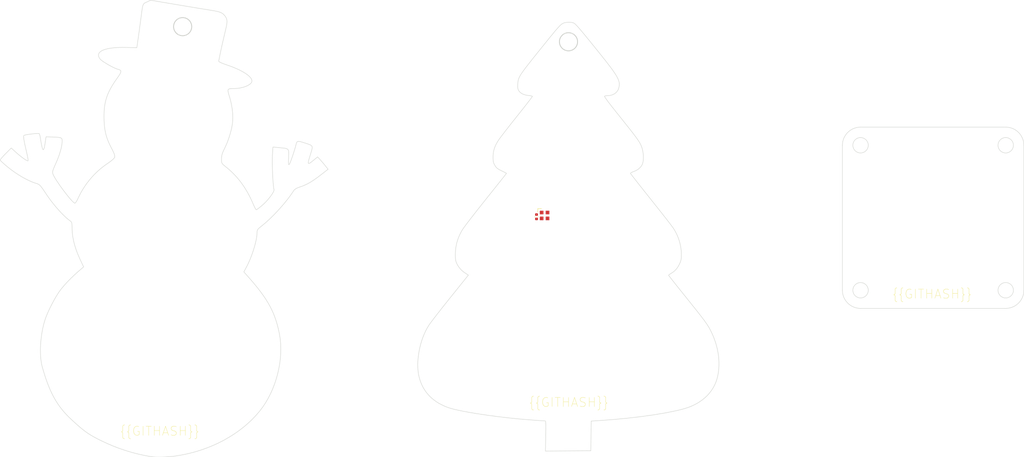
<source format=kicad_pcb>
(kicad_pcb (version 20240108) (generator "pcbnew") (generator_version "8.0")
  (layers (0 "F.Cu" signal) (31 "B.Cu" signal) (34 "B.Paste" user) (35 "F.Paste" user) (36 "B.SilkS" user "B.Silkscreen") (37 "F.SilkS" user "F.Silkscreen") (38 "B.Mask" user) (39 "F.Mask" user) (44 "Edge.Cuts" user))
  (net 0 "")
  (net 1 "io")
  (net 2 "vcc")
  (net 3 "io-1")
  (net 4 "gnd")
  (footprint "lib:LED-SMD_4P-L2.0-W2.0-BR" (layer "F.Cu") (at 155.956 97.282 180)
    (property "Reference" "U1" (hide yes))
    (property "Value" "")
    (fp_line (start 1.5 1.5) (end 1.5 0.75) (stroke (width 0.15)) (layer "F.SilkS"))
    (fp_line (start 0.7 1.5) (end 1.5 1.5) (stroke (width 0.15)) (layer "F.SilkS"))
    (pad "1" smd rect (at 0.65 0.65 180) (size 0.8 0.8) (layers "F.Cu" "F.Paste" "F.Mask") (net 2 "vcc"))
    (pad "2" smd rect (at 0.65 -0.65 180) (size 0.8 0.8) (layers "F.Cu" "F.Paste" "F.Mask") (net 1 "io"))
    (pad "3" smd rect (at -0.65 -0.65 180) (size 0.8 0.8) (layers "F.Cu" "F.Paste" "F.Mask") (net 4 "gnd"))
    (pad "4" smd rect (at -0.65 0.65 180) (size 0.8 0.8) (layers "F.Cu" "F.Paste" "F.Mask") (net 3 "io-1"))
  )
  (footprint "lib:C0402" (layer "F.Cu") (at 154.178 97.564 -90)
    (property "Reference" "C1" (hide yes))
    (property "Value" "Multilayer Ceramic Capacitors MLCC - SMD/SMT 100nF 10V 0402 RoHS")
    (fp_line (start -0.107836 0.36) (end 0.107836 0.36) (stroke (width 0.12)) (layer "F.SilkS"))
    (fp_line (start -0.107836 -0.36) (end 0.107836 -0.36) (stroke (width 0.12)) (layer "F.SilkS"))
    (pad "1" smd roundrect (at -0.48 0 270) (size 0.56 0.62) (layers "F.Cu" "F.Paste" "F.Mask") (net 2 "vcc"))
    (pad "2" smd roundrect (at 0.48 0 270) (size 0.56 0.62) (layers "F.Cu" "F.Paste" "F.Mask") (net 4 "gnd"))
  )
  (gr_circle (center 225.62 81.79) (end 227.32 81.79) (stroke (width 0.1)) (fill none) (layer "Edge.Cuts"))
  (gr_circle (center 257.62 113.79) (end 259.32 113.79) (stroke (width 0.1)) (fill none) (layer "Edge.Cuts"))
  (gr_circle (center 257.62 81.79) (end 259.32 81.79) (stroke (width 0.1)) (fill none) (layer "Edge.Cuts"))
  (gr_poly (pts (xy 75.142222 50.797022) (xy 79.756606 51.568267) (xy 82.366969 51.99203) (xy 83.019066 52.095762) (xy 83.303876 52.146979) (xy 83.563537 52.198618) (xy 83.799806 52.251323) (xy 84.01444 52.305736) (xy 84.209196 52.362498) (xy 84.385831 52.422252) (xy 84.546102 52.485641) (xy 84.691766 52.553306) (xy 84.824581 52.62589) (xy 84.946303 52.704035) (xy 85.05869 52.788383) (xy 85.163499 52.879577) (xy 85.262486 52.978258) (xy 85.357409 53.08507) (xy 85.479286 53.234958) (xy 85.586233 53.378736) (xy 85.634185 53.44915) (xy 85.678498 53.519015) (xy 85.719202 53.588656) (xy 85.75633 53.658402) (xy 85.789911 53.728576) (xy 85.819976 53.799506) (xy 85.846558 53.871517) (xy 85.869686 53.944936) (xy 85.889392 54.020089) (xy 85.905707 54.097301) (xy 85.918662 54.176899) (xy 85.928287 54.259209) (xy 85.934615 54.344557) (xy 85.937675 54.433269) (xy 85.937499 54.525672) (xy 85.934119 54.62209) (xy 85.927564 54.722851) (xy 85.917866 54.82828) (xy 85.889166 55.054449) (xy 85.848266 55.303204) (xy 85.795414 55.577155) (xy 85.730859 55.878909) (xy 85.654849 56.211077) (xy 84.878546 59.55341) (xy 84.657875 60.550977) (xy 84.450892 61.532488) (xy 84.331406 62.116419) (xy 84.229648 62.629765) (xy 84.15639 63.017063) (xy 84.122409 63.222849) (xy 84.123062 63.236814) (xy 84.127967 63.251873) (xy 84.137065 63.268001) (xy 84.150302 63.285171) (xy 84.167619 63.303357) (xy 84.188962 63.322534) (xy 84.214273 63.342674) (xy 84.243497 63.363751) (xy 84.313454 63.408613) (xy 84.398381 63.456909) (xy 84.497828 63.50843) (xy 84.611342 63.562966) (xy 84.738473 63.620306) (xy 84.878767 63.680241) (xy 85.031775 63.742561) (xy 85.197043 63.807056) (xy 85.374121 63.873515) (xy 85.562558 63.94173) (xy 85.7619 64.011489) (xy 85.971698 64.082583) (xy 86.585981 64.296029) (xy 87.172975 64.516947) (xy 87.730729 64.744054) (xy 88.257293 64.976069) (xy 88.75072 65.211708) (xy 89.209058 65.449689) (xy 89.63036 65.68873) (xy 90.012676 65.927548) (xy 90.354056 66.16486) (xy 90.652552 66.399385) (xy 90.906214 66.629839) (xy 91.113092 66.85494) (xy 91.271238 67.073405) (xy 91.378702 67.283953) (xy 91.412819 67.385857) (xy 91.433535 67.485301) (xy 91.440605 67.582123) (xy 91.433787 67.676165) (xy 91.41712 67.753004) (xy 91.390362 67.829368) (xy 91.35383 67.905131) (xy 91.307839 67.980165) (xy 91.252707 68.054343) (xy 91.188749 68.12754) (xy 91.116281 68.199626) (xy 91.03562 68.270477) (xy 90.947082 68.339964) (xy 90.850984 68.407961) (xy 90.747641 68.47434) (xy 90.637371 68.538975) (xy 90.520488 68.601739) (xy 90.39731 68.662505) (xy 90.268153 68.721145) (xy 90.133332 68.777534) (xy 89.993165 68.831543) (xy 89.847967 68.883047) (xy 89.543745 68.978027) (xy 89.223197 69.06146) (xy 88.888852 69.132329) (xy 88.54324 69.189618) (xy 88.188892 69.232313) (xy 88.009232 69.24787) (xy 87.828337 69.259397) (xy 87.646523 69.266767) (xy 87.464106 69.269854) (xy 87.202959 69.272042) (xy 86.97453 69.277492) (xy 86.777472 69.288473) (xy 86.690288 69.296746) (xy 86.610443 69.307253) (xy 86.537768 69.320276) (xy 86.472096 69.3361) (xy 86.413258 69.355009) (xy 86.361087 69.377285) (xy 86.315414 69.403211) (xy 86.276071 69.433073) (xy 86.24289 69.467154) (xy 86.215703 69.505736) (xy 86.194342 69.549103) (xy 86.178638 69.59754) (xy 86.168424 69.65133) (xy 86.163532 69.710755) (xy 86.163793 69.776101) (xy 86.169039 69.847649) (xy 86.179102 69.925685) (xy 86.193814 70.010491) (xy 86.236514 70.20155) (xy 86.295792 70.423093) (xy 86.370304 70.677389) (xy 86.458705 70.966708) (xy 86.582128 71.384478) (xy 86.694998 71.803093) (xy 86.797211 72.221567) (xy 86.888665 72.638919) (xy 86.969257 73.054166) (xy 87.038885 73.466323) (xy 87.097447 73.874409) (xy 87.144838 74.277439) (xy 87.180958 74.674432) (xy 87.205702 75.064404) (xy 87.21897 75.446371) (xy 87.220657 75.819352) (xy 87.210662 76.182361) (xy 87.188881 76.534418) (xy 87.155212 76.874538) (xy 87.109553 77.201739) (xy 86.986123 77.871628) (xy 86.830027 78.558912) (xy 86.643845 79.255662) (xy 86.430157 79.953949) (xy 86.19154 80.645848) (xy 85.930575 81.323429) (xy 85.649841 81.978766) (xy 85.351916 82.60393) (xy 85.189192 82.938586) (xy 85.118752 83.093315) (xy 85.055229 83.240939) (xy 84.998352 83.382431) (xy 84.947849 83.518761) (xy 84.903447 83.650903) (xy 84.864875 83.779828) (xy 84.831859 83.906506) (xy 84.804129 84.031911) (xy 84.781412 84.157013) (xy 84.763435 84.282785) (xy 84.749927 84.410197) (xy 84.740615 84.540223) (xy 84.735228 84.673833) (xy 84.733493 84.811999) (xy 84.736223 85.129082) (xy 84.741369 85.261496) (xy 84.750575 85.379459) (xy 84.764997 85.485194) (xy 84.774524 85.534172) (xy 84.785789 85.580928) (xy 84.798934 85.625739) (xy 84.814106 85.668884) (xy 84.831447 85.710641) (xy 84.851104 85.751288) (xy 84.873219 85.791103) (xy 84.897937 85.830364) (xy 84.925403 85.869349) (xy 84.955761 85.908337) (xy 84.989155 85.947605) (xy 85.02573 85.987432) (xy 85.109 86.069873) (xy 85.206725 86.157886) (xy 85.320061 86.253696) (xy 85.598185 86.477602) (xy 86.096863 86.886277) (xy 86.577755 87.306529) (xy 87.04138 87.739064) (xy 87.488258 88.184586) (xy 87.918909 88.6438) (xy 88.333852 89.117412) (xy 88.733607 89.606125) (xy 89.118694 90.110646) (xy 89.489632 90.631678) (xy 89.846941 91.169927) (xy 90.19114 91.726098) (xy 90.52275 92.300895) (xy 90.84229 92.895024) (xy 91.150279 93.509189) (xy 91.447237 94.144095) (xy 91.733683 94.800448) (xy 91.84059 95.047283) (xy 91.945802 95.277558) (xy 92.046625 95.486234) (xy 92.140364 95.668271) (xy 92.224324 95.818627) (xy 92.295813 95.932265) (xy 92.326039 95.973739) (xy 92.352136 96.004143) (xy 92.373767 96.022848) (xy 92.382804 96.027616) (xy 92.390597 96.029223) (xy 92.399173 96.028006) (xy 92.410522 96.024397) (xy 92.441219 96.010237) (xy 92.482045 95.987221) (xy 92.53236 95.955824) (xy 92.591521 95.916524) (xy 92.658887 95.869798) (xy 92.815666 95.755976) (xy 92.997564 95.618173) (xy 93.199447 95.460204) (xy 93.416182 95.285885) (xy 93.642634 95.099032) (xy 93.891007 94.882848) (xy 94.141366 94.648628) (xy 94.390948 94.400061) (xy 94.636991 94.140836) (xy 94.87673 93.874641) (xy 95.107403 93.605164) (xy 95.326247 93.336095) (xy 95.530498 93.071122) (xy 95.717394 92.813933) (xy 95.884171 92.568218) (xy 96.028066 92.337665) (xy 96.146316 92.125962) (xy 96.236159 91.936798) (xy 96.294829 91.773863) (xy 96.311612 91.703383) (xy 96.319566 91.640844) (xy 96.318345 91.586706) (xy 96.307605 91.54143) (xy 96.264441 91.378418) (xy 96.221593 91.121805) (xy 96.138989 90.373142) (xy 96.064068 89.386161) (xy 96.001109 88.251583) (xy 95.954389 87.060129) (xy 95.928186 85.902519) (xy 95.926777 84.869474) (xy 95.95444 84.051714) (xy 96.07471 82.177477) (xy 97.36716 82.304781) (xy 98.13507 82.379263) (xy 98.441266 82.413109) (xy 98.700599 82.449744) (xy 98.916803 82.492956) (xy 99.009898 82.518212) (xy 99.09361 82.546534) (xy 99.168406 82.578395) (xy 99.234753 82.614268) (xy 99.293117 82.654627) (xy 99.343964 82.699946) (xy 99.387763 82.750698) (xy 99.424978 82.807357) (xy 99.456076 82.870396) (xy 99.481525 82.94029) (xy 99.501791 83.017511) (xy 99.51734 83.102533) (xy 99.536155 83.297877) (xy 99.541702 83.530109) (xy 99.537716 83.803018) (xy 99.51607 84.486025) (xy 99.501811 85.019341) (xy 99.495778 85.429631) (xy 99.49953 85.727933) (xy 99.505563 85.838537) (xy 99.514626 85.925284) (xy 99.526915 85.989553) (xy 99.542625 86.032723) (xy 99.551823 86.046828) (xy 99.56195 86.056175) (xy 99.573029 86.060938) (xy 99.585085 86.061289) (xy 99.612224 86.049443) (xy 99.643564 86.022019) (xy 99.679299 85.980395) (xy 99.719623 85.925951) (xy 99.770963 85.835961) (xy 99.83738 85.6921) (xy 100.00736 85.267042) (xy 100.213404 84.699332) (xy 100.439353 84.037526) (xy 100.669049 83.330178) (xy 100.886332 82.625845) (xy 101.075044 81.973082) (xy 101.219027 81.420443) (xy 101.232451 81.367288) (xy 101.246658 81.317349) (xy 101.261814 81.270604) (xy 101.278084 81.227032) (xy 101.295634 81.186611) (xy 101.314631 81.149321) (xy 101.33524 81.115138) (xy 101.357628 81.084043) (xy 101.381959 81.056013) (xy 101.4084 81.031027) (xy 101.437117 81.009064) (xy 101.468275 80.990102) (xy 101.502041 80.974119) (xy 101.538581 80.961095) (xy 101.578059 80.951007) (xy 101.620643 80.943835) (xy 101.666497 80.939556) (xy 101.715788 80.938149) (xy 101.768682 80.939594) (xy 101.825345 80.943867) (xy 101.885942 80.950949) (xy 101.950639 80.960817) (xy 102.019603 80.97345) (xy 102.092998 80.988826) (xy 102.170992 81.006924) (xy 102.253749 81.027723) (xy 102.434219 81.077337) (xy 102.635734 81.137495) (xy 102.859622 81.208025) (xy 103.581471 81.438726) (xy 103.868146 81.535185) (xy 104.108644 81.625316) (xy 104.212356 81.669476) (xy 104.305459 81.713816) (xy 104.388264 81.758923) (xy 104.461082 81.805384) (xy 104.524226 81.853787) (xy 104.578006 81.904719) (xy 104.622735 81.958768) (xy 104.658725 82.01652) (xy 104.686285 82.078563) (xy 104.705729 82.145484) (xy 104.717368 82.217871) (xy 104.721513 82.296311) (xy 104.718476 82.381392) (xy 104.708568 82.4737) (xy 104.692102 82.573823) (xy 104.669388 82.682348) (xy 104.606464 82.926954) (xy 104.522289 83.212218) (xy 104.300158 83.92351) (xy 104.076968 84.658354) (xy 103.993442 84.95378) (xy 103.929762 85.203046) (xy 103.886777 85.407528) (xy 103.865337 85.568604) (xy 103.862962 85.633296) (xy 103.866292 85.687652) (xy 103.875434 85.731846) (xy 103.890492 85.766049) (xy 103.911574 85.790433) (xy 103.938786 85.805172) (xy 103.972234 85.810436) (xy 104.012025 85.806398) (xy 104.058263 85.79323) (xy 104.111056 85.771105) (xy 104.236732 85.700671) (xy 104.3899 85.596472) (xy 104.571411 85.459887) (xy 105.02286 85.095065) (xy 105.918216 84.355181) (xy 106.388476 84.86751) (xy 106.496975 84.987739) (xy 106.625318 85.133369) (xy 106.92254 85.478508) (xy 107.242155 85.858286) (xy 107.546176 86.22806) (xy 108.2336 87.076296) (xy 106.72333 88.254687) (xy 106.031007 88.783192) (xy 105.392025 89.245391) (xy 105.089314 89.453516) (xy 104.796071 89.647331) (xy 104.511007 89.827593) (xy 104.232833 89.995056) (xy 103.960259 90.150478) (xy 103.691998 90.294613) (xy 103.426759 90.428217) (xy 103.163254 90.552046) (xy 102.900193 90.666855) (xy 102.636288 90.773401) (xy 102.370249 90.872439) (xy 102.100787 90.964724) (xy 101.955978 91.013649) (xy 101.818902 91.062832) (xy 101.689432 91.112348) (xy 101.567439 91.162273) (xy 101.452795 91.212683) (xy 101.345371 91.263651) (xy 101.245039 91.315254) (xy 101.151671 91.367567) (xy 101.065138 91.420665) (xy 100.985313 91.474624) (xy 100.912065 91.529517) (xy 100.845269 91.585421) (xy 100.784794 91.642412) (xy 100.730512 91.700563) (xy 100.682296 91.759951) (xy 100.640017 91.82065) (xy 100.313962 92.312951) (xy 99.958065 92.82026) (xy 99.575318 93.339289) (xy 99.168711 93.866747) (xy 98.741234 94.399346) (xy 98.295878 94.933795) (xy 97.835635 95.466804) (xy 97.363494 95.995083) (xy 96.882446 96.515343) (xy 96.395482 97.024295) (xy 95.905593 97.518647) (xy 95.415769 97.995111) (xy 94.929002 98.450396) (xy 94.44828 98.881213) (xy 93.976596 99.284272) (xy 93.51694 99.656283) (xy 93.364132 99.777198) (xy 93.228349 99.887118) (xy 93.108601 99.987555) (xy 93.003899 100.080022) (xy 92.913256 100.166032) (xy 92.835682 100.247098) (xy 92.770188 100.324733) (xy 92.741662 100.362737) (xy 92.715786 100.40045) (xy 92.692435 100.438062) (xy 92.671487 100.475762) (xy 92.652817 100.513738) (xy 92.636302 100.552181) (xy 92.621819 100.591279) (xy 92.609244 100.631221) (xy 92.589322 100.714395) (xy 92.575548 100.803215) (xy 92.566934 100.899195) (xy 92.56249 101.003847) (xy 92.561229 101.118685) (xy 92.548214 101.459191) (xy 92.510172 101.840399) (xy 92.448603 102.257479) (xy 92.365007 102.705605) (xy 92.260885 103.179948) (xy 92.137739 103.675679) (xy 91.997068 104.187971) (xy 91.840373 104.711996) (xy 91.669155 105.242926) (xy 91.484915 105.775933) (xy 91.289154 106.306188) (xy 91.083372 106.828864) (xy 90.86907 107.339132) (xy 90.647749 107.832164) (xy 90.420909 108.303133) (xy 90.190051 108.74721) (xy 89.658061 109.729433) (xy 90.799319 111.025652) (xy 91.552256 111.894452) (xy 92.247519 112.726345) (xy 92.887901 113.52649) (xy 93.476195 114.300047) (xy 94.015193 115.052178) (xy 94.507688 115.788042) (xy 94.956473 116.5128) (xy 95.364341 117.231612) (xy 95.734083 117.949638) (xy 96.068493 118.672038) (xy 96.370364 119.403974) (xy 96.642488 120.150605) (xy 96.887657 120.917091) (xy 97.108665 121.708593) (xy 97.308304 122.530271) (xy 97.489367 123.387286) (xy 97.659586 124.435519) (xy 97.764545 125.512723) (xy 97.805707 126.613102) (xy 97.784533 127.73086) (xy 97.702485 128.860202) (xy 97.561026 129.995332) (xy 97.361618 131.130454) (xy 97.105722 132.259774) (xy 96.794801 133.377494) (xy 96.430316 134.47782) (xy 96.01373 135.554956) (xy 95.546505 136.603107) (xy 95.030102 137.616476) (xy 94.465984 138.589268) (xy 93.855613 139.515689) (xy 93.20045 140.389941) (xy 92.386005 141.350273) (xy 91.510226 142.273552) (xy 90.576227 143.158109) (xy 89.587122 144.002278) (xy 88.546024 144.80439) (xy 87.456048 145.562779) (xy 86.320308 146.275777) (xy 85.141916 146.941716) (xy 83.923988 147.558929) (xy 82.669636 148.125749) (xy 81.381976 148.640508) (xy 80.06412 149.101539) (xy 78.719182 149.507174) (xy 77.350277 149.855747) (xy 75.960518 150.145589) (xy 74.553019 150.375033) (xy 73.862872 150.459306) (xy 73.131633 150.525975) (xy 72.383923 150.574372) (xy 71.644361 150.603827) (xy 70.93757 150.613671) (xy 70.288169 150.603235) (xy 69.720779 150.57185) (xy 69.475532 150.548093) (xy 69.26002 150.518847) (xy 69.260051 150.518832) (xy 67.831835 150.262486) (xy 66.416949 149.953785) (xy 65.016193 149.592984) (xy 63.630368 149.180338) (xy 62.260274 148.716103) (xy 60.90671 148.200532) (xy 59.570477 147.633881) (xy 58.252375 147.016405) (xy 57.283074 146.528505) (xy 56.847829 146.298277) (xy 56.438641 146.072324) (xy 56.050351 145.846994) (xy 55.6778 145.618633) (xy 55.315827 145.383588) (xy 54.959273 145.138205) (xy 54.602979 144.87883) (xy 54.241783 144.601811) (xy 53.870528 144.303492) (xy 53.484054 143.980222) (xy 52.644807 143.244211) (xy 51.682765 142.36455) (xy 51.097036 141.804159) (xy 50.54538 141.238954) (xy 50.025658 140.665073) (xy 49.535731 140.078649) (xy 49.07346 139.475819) (xy 48.636705 138.852719) (xy 48.223328 138.205483) (xy 47.831189 137.530249) (xy 47.458149 136.823151) (xy 47.10207 136.080325) (xy 46.760812 135.297907) (xy 46.432236 134.472032) (xy 46.114202 133.598836) (xy 45.804573 132.674455) (xy 45.501208 131.695024) (xy 45.201968 130.656679) (xy 45.078569 130.147371) (xy 44.978794 129.594224) (xy 44.90231 129.00242) (xy 44.848785 128.377144) (xy 44.817886 127.723579) (xy 44.809281 127.046907) (xy 44.822637 126.352311) (xy 44.857621 125.644974) (xy 44.913901 124.93008) (xy 44.991145 124.212811) (xy 45.089019 123.498351) (xy 45.207191 122.791883) (xy 45.345328 122.098589) (xy 45.503099 121.423652) (xy 45.68017 120.772256) (xy 45.876208 120.149584) (xy 46.005143 119.787909) (xy 46.154924 119.401263) (xy 46.508073 118.570286) (xy 46.917749 117.69111) (xy 47.366047 116.79819) (xy 47.83506 115.92598) (xy 48.306883 115.108937) (xy 48.76361 114.381515) (xy 48.980717 114.062179) (xy 49.187335 113.77817) (xy 49.387433 113.519297) (xy 49.599256 113.255538) (xy 50.056372 112.715109) (xy 50.555279 112.160374) (xy 51.092575 111.594824) (xy 51.664855 111.021952) (xy 52.268718 110.445248) (xy 52.900758 109.868205) (xy 53.557574 109.294314) (xy 54.329783 108.634142) (xy 53.616031 107.110232) (xy 53.390001 106.6154) (xy 53.179365 106.128819) (xy 52.984012 105.650049) (xy 52.803829 105.178652) (xy 52.638704 104.71419) (xy 52.488525 104.256224) (xy 52.353181 103.804315) (xy 52.232559 103.358025) (xy 52.126547 102.916915) (xy 52.035034 102.480548) (xy 51.957906 102.048484) (xy 51.895053 101.620284) (xy 51.846363 101.195511) (xy 51.811722 100.773726) (xy 51.79102 100.35449) (xy 51.784144 99.937365) (xy 51.780657 99.620612) (xy 51.776007 99.482669) (xy 51.769161 99.357285) (xy 51.759927 99.243666) (xy 51.748111 99.141014) (xy 51.733519 99.048534) (xy 51.715958 98.96543) (xy 51.695233 98.890904) (xy 51.671153 98.824161) (xy 51.643523 98.764406) (xy 51.612149 98.71084) (xy 51.576839 98.662669) (xy 51.537399 98.619096) (xy 51.493635 98.579325) (xy 51.445353 98.542559) (xy 51.149902 98.324092) (xy 50.839064 98.073347) (xy 50.514896 97.792628) (xy 50.179453 97.484238) (xy 49.834791 97.150482) (xy 49.482966 96.793665) (xy 49.126033 96.41609) (xy 48.766047 96.020062) (xy 48.405065 95.607885) (xy 48.045142 95.181864) (xy 47.688333 94.744302) (xy 47.336694 94.297504) (xy 46.992281 93.843774) (xy 46.657149 93.385417) (xy 46.333354 92.924737) (xy 46.022952 92.464037) (xy 45.611719 91.844971) (xy 45.279782 91.362091) (xy 45.137757 91.165551) (xy 45.008606 90.995655) (xy 44.89001 90.849933) (xy 44.779654 90.725918) (xy 44.675221 90.621143) (xy 44.574392 90.533138) (xy 44.474852 90.459437) (xy 44.374284 90.397571) (xy 44.27037 90.345073) (xy 44.160793 90.299474) (xy 44.043237 90.258307) (xy 43.915385 90.219103) (xy 43.593888 90.117525) (xy 43.255864 89.996009) (xy 42.903268 89.855657) (xy 42.538058 89.697573) (xy 42.162189 89.522858) (xy 41.777618 89.332616) (xy 41.386301 89.127951) (xy 40.990194 88.909964) (xy 40.591254 88.679759) (xy 40.191438 88.438438) (xy 39.792701 88.187105) (xy 39.396999 87.926862) (xy 39.00629 87.658812) (xy 38.622529 87.384058) (xy 38.247673 87.103703) (xy 37.883677 86.81885) (xy 37.49456 86.502783) (xy 37.131548 86.199554) (xy 36.802586 85.916398) (xy 36.515619 85.660548) (xy 36.278593 85.439239) (xy 36.099452 85.259705) (xy 36.034071 85.187865) (xy 35.986141 85.129182) (xy 35.956654 85.08456) (xy 35.946605 85.054903) (xy 35.948192 85.042433) (xy 35.952903 85.026953) (xy 35.971384 84.987332) (xy 36.001425 84.936776) (xy 36.042403 84.876021) (xy 36.093695 84.805804) (xy 36.154681 84.726859) (xy 36.224736 84.639924) (xy 36.303239 84.545735) (xy 36.389567 84.445026) (xy 36.483097 84.338536) (xy 36.689276 84.11115) (xy 36.916796 83.869466) (xy 37.037003 83.745102) (xy 37.160678 83.619372) (xy 38.374759 82.395922) (xy 39.365809 83.301684) (xy 39.814301 83.698656) (xy 40.266196 84.075272) (xy 40.704205 84.419302) (xy 41.111041 84.718514) (xy 41.469414 84.960676) (xy 41.625024 85.056541) (xy 41.762035 85.133557) (xy 41.878286 85.190195) (xy 41.971615 85.224926) (xy 42.039863 85.236222) (xy 42.063905 85.232603) (xy 42.080867 85.222552) (xy 42.085566 85.215268) (xy 42.089233 85.203934) (xy 42.093537 85.169549) (xy 42.093921 85.120268) (xy 42.090523 85.056964) (xy 42.083485 84.98051) (xy 42.072948 84.891778) (xy 42.059051 84.79164) (xy 42.041937 84.68097) (xy 41.998614 84.43152) (xy 41.944105 84.150408) (xy 41.879534 83.844615) (xy 41.806025 83.52112) (xy 41.578977 82.541169) (xy 41.399614 81.732306) (xy 41.265507 81.079136) (xy 41.174225 80.56626) (xy 41.123338 80.17828) (xy 41.112283 80.026315) (xy 41.110416 79.899799) (xy 41.117432 79.796809) (xy 41.133029 79.71542) (xy 41.156901 79.653706) (xy 41.188746 79.609743) (xy 41.213078 79.592846) (xy 41.252556 79.575085) (xy 41.372962 79.537437) (xy 41.541984 79.497733) (xy 41.751641 79.456905) (xy 42.26094 79.37561) (xy 42.837013 79.301016) (xy 43.416018 79.240586) (xy 43.934111 79.201782) (xy 44.150364 79.192822) (xy 44.327447 79.192067) (xy 44.45738 79.20045) (xy 44.532183 79.218905) (xy 44.538527 79.223215) (xy 44.545097 79.229471) (xy 44.551878 79.23762) (xy 44.558855 79.247608) (xy 44.573336 79.272888) (xy 44.588416 79.304879) (xy 44.603974 79.343154) (xy 44.619887 79.387282) (xy 44.636031 79.436835) (xy 44.652284 79.491383) (xy 44.668525 79.550496) (xy 44.684629 79.613746) (xy 44.700475 79.680703) (xy 44.715939 79.750937) (xy 44.7309 79.82402) (xy 44.745234 79.899521) (xy 44.75882 79.977012) (xy 44.771533 80.056063) (xy 44.946351 81.130774) (xy 45.025944 81.564983) (xy 45.101061 81.931234) (xy 45.172253 82.230134) (xy 45.24007 82.462288) (xy 45.305063 82.628302) (xy 45.336673 82.686696) (xy 45.367783 82.728781) (xy 45.398463 82.754634) (xy 45.428781 82.764331) (xy 45.458807 82.757947) (xy 45.488608 82.735557) (xy 45.518254 82.697238) (xy 45.547814 82.643066) (xy 45.606951 82.487462) (xy 45.666568 82.269351) (xy 45.727218 81.98934) (xy 45.78945 81.648032) (xy 45.853816 81.246035) (xy 46.055377 79.918581) (xy 47.417926 79.96628) (xy 48.109143 79.993687) (xy 48.392021 80.009194) (xy 48.636741 80.027435) (xy 48.846051 80.049559) (xy 49.022696 80.076715) (xy 49.169424 80.110051) (xy 49.288982 80.150717) (xy 49.339431 80.174158) (xy 49.384117 80.199861) (xy 49.423385 80.227972) (xy 49.457577 80.258632) (xy 49.487036 80.291987) (xy 49.512107 80.32818) (xy 49.533132 80.367353) (xy 49.550455 80.409652) (xy 49.575367 80.504197) (xy 49.589592 80.612965) (xy 49.595876 80.737105) (xy 49.596965 80.877764) (xy 49.590289 81.099803) (xy 49.571905 81.336737) (xy 49.542029 81.587807) (xy 49.500879 81.852253) (xy 49.448672 82.129318) (xy 49.385623 82.418243) (xy 49.311951 82.718269) (xy 49.227873 83.028637) (xy 49.133604 83.34859) (xy 49.029362 83.677367) (xy 48.915364 84.014212) (xy 48.791827 84.358364) (xy 48.658967 84.709065) (xy 48.517002 85.065558) (xy 48.366148 85.427082) (xy 48.206622 85.792879) (xy 47.949769 86.374791) (xy 47.755997 86.832451) (xy 47.68104 87.021721) (xy 47.619784 87.188367) (xy 47.571537 87.335205) (xy 47.535609 87.465048) (xy 47.511311 87.580709) (xy 47.497952 87.685002) (xy 47.494842 87.78074) (xy 47.501291 87.870737) (xy 47.516609 87.957807) (xy 47.540106 88.044763) (xy 47.571091 88.134418) (xy 47.608874 88.229586) (xy 47.761079 88.551834) (xy 47.975096 88.939463) (xy 48.241913 89.380584) (xy 48.55252 89.863307) (xy 49.269066 90.905997) (xy 50.052651 91.972411) (xy 50.831193 92.967426) (xy 51.196047 93.408433) (xy 51.532609 93.795921) (xy 51.831869 94.117998) (xy 52.084818 94.362774) (xy 52.282443 94.518359) (xy 52.357694 94.558989) (xy 52.415736 94.572863) (xy 52.426811 94.571375) (xy 52.439084 94.56696) (xy 52.452509 94.559691) (xy 52.467041 94.549641) (xy 52.482633 94.536883) (xy 52.499239 94.521489) (xy 52.516813 94.503532) (xy 52.535309 94.483086) (xy 52.574881 94.435018) (xy 52.617586 94.377866) (xy 52.663055 94.312214) (xy 52.710918 94.238646) (xy 52.760808 94.157745) (xy 52.812354 94.070093) (xy 52.865187 93.976276) (xy 52.918939 93.876875) (xy 52.97324 93.772474) (xy 53.02772 93.663657) (xy 53.082012 93.551007) (xy 53.135745 93.435107) (xy 53.405424 92.869327) (xy 53.69623 92.311615) (xy 54.007442 91.76282) (xy 54.338342 91.223792) (xy 54.688208 90.695381) (xy 55.05632 90.178436) (xy 55.441958 89.673808) (xy 55.844402 89.182347) (xy 56.262932 88.704901) (xy 56.696828 88.242322) (xy 57.145369 87.795459) (xy 57.607836 87.365163) (xy 58.083508 86.952281) (xy 58.571665 86.557666) (xy 59.071586 86.182166) (xy 59.582553 85.826632) (xy 59.914962 85.598282) (xy 60.214172 85.3804) (xy 60.477869 85.17504) (xy 60.595674 85.077698) (xy 60.703732 84.984257) (xy 60.801753 84.894974) (xy 60.889447 84.810106) (xy 60.966524 84.72991) (xy 61.032694 84.654642) (xy 61.087669 84.584559) (xy 61.131158 84.519919) (xy 61.162872 84.460977) (xy 61.182521 84.407992) (xy 61.189444 84.378526) (xy 61.194656 84.347449) (xy 61.198136 84.314702) (xy 61.199864 84.280227) (xy 61.197977 84.205863) (xy 61.188829 84.123892) (xy 61.172254 84.033852) (xy 61.148084 83.935279) (xy 61.116154 83.82771) (xy 61.076297 83.71068) (xy 61.028345 83.583727) (xy 60.972134 83.446388) (xy 60.907495 83.298197) (xy 60.834263 83.138693) (xy 60.75227 82.967412) (xy 60.661351 82.783889) (xy 60.561339 82.587662) (xy 60.452067 82.378268) (xy 60.237971 81.961359) (xy 60.041673 81.555601) (xy 59.862568 81.158484) (xy 59.700049 80.767498) (xy 59.553508 80.380135) (xy 59.422339 79.993885) (xy 59.305935 79.60624) (xy 59.203689 79.21469) (xy 59.114995 78.816725) (xy 59.039245 78.409838) (xy 58.975833 77.991518) (xy 58.924151 77.559256) (xy 58.883594 77.110544) (xy 58.853553 76.642872) (xy 58.833423 76.153731) (xy 58.822596 75.640612) (xy 58.82378 75.019765) (xy 58.843433 74.425285) (xy 58.882591 73.854032) (xy 58.942291 73.302869) (xy 59.023569 72.768658) (xy 59.127459 72.248262) (xy 59.255 71.738542) (xy 59.407225 71.236361) (xy 59.585172 70.73858) (xy 59.789877 70.242062) (xy 60.022374 69.743669) (xy 60.283701 69.240263) (xy 60.574893 68.728705) (xy 60.896986 68.205859) (xy 61.251015 67.668586) (xy 61.638018 67.113749) (xy 61.84244 66.825076) (xy 62.020375 66.566593) (xy 62.17201 66.336298) (xy 62.29753 66.132187) (xy 62.397121 65.95226) (xy 62.470968 65.794512) (xy 62.498296 65.72333) (xy 62.519258 65.656942) (xy 62.533877 65.595098) (xy 62.542176 65.537547) (xy 62.544179 65.484039) (xy 62.539908 65.434323) (xy 62.529387 65.388151) (xy 62.512639 65.34527) (xy 62.489688 65.305431) (xy 62.460556 65.268384) (xy 62.425267 65.233878) (xy 62.383844 65.201662) (xy 62.33631 65.171487) (xy 62.282689 65.143103) (xy 62.157276 65.090703) (xy 62.007792 65.042459) (xy 61.834422 64.996371) (xy 61.657986 64.943069) (xy 61.445562 64.862593) (xy 61.203024 64.758325) (xy 60.93625 64.633653) (xy 60.353499 64.336631) (xy 59.744319 63.998608) (xy 59.155721 63.646664) (xy 58.634716 63.307879) (xy 58.414252 63.151884) (xy 58.228316 63.009334) (xy 58.082783 62.883614) (xy 57.983531 62.778109) (xy 57.869943 62.622242) (xy 57.777351 62.470362) (xy 57.705558 62.322559) (xy 57.654369 62.178917) (xy 57.623588 62.039526) (xy 57.613018 61.904471) (xy 57.622463 61.773839) (xy 57.651728 61.647718) (xy 57.700616 61.526195) (xy 57.768931 61.409356) (xy 57.856477 61.297289) (xy 57.963058 61.190081) (xy 58.088479 61.087819) (xy 58.232542 60.99059) (xy 58.395052 60.89848) (xy 58.575812 60.811578) (xy 58.774627 60.72997) (xy 58.991301 60.653743) (xy 59.225638 60.582984) (xy 59.477441 60.51778) (xy 59.746514 60.458218) (xy 60.032661 60.404385) (xy 60.335687 60.356369) (xy 60.655395 60.314256) (xy 60.991589 60.278134) (xy 61.344073 60.248089) (xy 61.712651 60.224208) (xy 62.097127 60.20658) (xy 62.497305 60.195289) (xy 62.912988 60.190424) (xy 63.343981 60.192072) (xy 63.790088 60.20032) (xy 66.056857 60.258219) (xy 66.273486 58.80189) (xy 66.542465 56.891029) (xy 66.884944 54.341891) (xy 67.190183 52.053843) (xy 67.248082 51.679802) (xy 67.303557 51.37005) (xy 67.359078 51.117137) (xy 67.417116 50.913616) (xy 67.48014 50.752035) (xy 67.55062 50.624945) (xy 67.631027 50.524898) (xy 67.72383 50.444442) (xy 67.831501 50.37613) (xy 67.956508 50.312512) (xy 68.268412 50.169558) (xy 69.100734 49.778315)) (stroke (width 0.1)) (fill none) (layer "Edge.Cuts"))
  (gr_arc (start 261.62 113.79) (mid 260.448427 116.618427) (end 257.62 117.79) (stroke (width 0.1)) (layer "Edge.Cuts"))
  (gr_arc (start 225.62 117.79) (mid 222.791573 116.618427) (end 221.62 113.79) (stroke (width 0.1)) (layer "Edge.Cuts"))
  (gr_line (start 261.62 113.79) (end 261.62 81.79) (stroke (width 0.1)) (layer "Edge.Cuts"))
  (gr_circle (center 161.229974 58.946031) (end 163.229974 58.946031) (stroke (width 0.2)) (fill none) (layer "Edge.Cuts"))
  (gr_line (start 221.62 81.79) (end 221.62 113.79) (stroke (width 0.1)) (layer "Edge.Cuts"))
  (gr_arc (start 257.62 77.79) (mid 260.448427 78.961573) (end 261.62 81.79) (stroke (width 0.1)) (layer "Edge.Cuts"))
  (gr_poly (pts (xy 161.429183 54.643361) (xy 161.588699 54.648976) (xy 161.743405 54.660128) (xy 161.8913 54.67685) (xy 162.030385 54.699174) (xy 162.158659 54.727132) (xy 162.274122 54.760758) (xy 162.374774 54.800082) (xy 162.418214 54.822065) (xy 162.465501 54.850416) (xy 162.517128 54.885713) (xy 162.573587 54.928531) (xy 162.702967 55.039035) (xy 162.857578 55.186538) (xy 163.041357 55.37565) (xy 163.258241 55.610981) (xy 163.512165 55.897139) (xy 163.807067 56.238735) (xy 164.146884 56.640378) (xy 164.53555 57.106678) (xy 164.977005 57.642244) (xy 165.475183 58.251687) (xy 166.657456 59.710639) (xy 168.113864 61.520411) (xy 169.490282 63.25197) (xy 170.562092 64.650979) (xy 170.993296 65.243203) (xy 171.359779 65.7732) (xy 171.665351 66.247941) (xy 171.913823 66.674396) (xy 172.109006 67.059535) (xy 172.254708 67.41033) (xy 172.354741 67.733749) (xy 172.412915 68.036764) (xy 172.433041 68.326344) (xy 172.418927 68.609461) (xy 172.374385 68.893084) (xy 172.303226 69.184183) (xy 172.274597 69.278158) (xy 172.242 69.369887) (xy 172.205507 69.459324) (xy 172.165188 69.546423) (xy 172.121114 69.631137) (xy 172.073357 69.713419) (xy 172.021987 69.793223) (xy 171.967076 69.870502) (xy 171.908694 69.945208) (xy 171.846914 70.017296) (xy 171.781806 70.08672) (xy 171.71344 70.153431) (xy 171.641889 70.217383) (xy 171.567223 70.278531) (xy 171.489513 70.336826) (xy 171.408831 70.392223) (xy 171.325247 70.444674) (xy 171.238833 70.494134) (xy 171.14966 70.540554) (xy 171.057799 70.58389) (xy 170.96332 70.624093) (xy 170.866295 70.661118) (xy 170.766796 70.694917) (xy 170.664893 70.725444) (xy 170.560657 70.752652) (xy 170.45416 70.776495) (xy 170.345472 70.796926) (xy 170.234664 70.813898) (xy 170.121809 70.827364) (xy 170.006976 70.837278) (xy 169.890237 70.843593) (xy 169.771663 70.846262) (xy 169.726607 70.847177) (xy 169.681188 70.849133) (xy 169.590479 70.855957) (xy 169.501974 70.8663) (xy 169.418107 70.879728) (xy 169.378675 70.887463) (xy 169.341315 70.895806) (xy 169.306334 70.904703) (xy 169.274034 70.9141) (xy 169.244721 70.923942) (xy 169.218699 70.934176) (xy 169.196272 70.944746) (xy 169.177745 70.955599) (xy 169.171643 70.965792) (xy 169.172154 70.983757) (xy 169.17922 71.009417) (xy 169.192785 71.042693) (xy 169.239181 71.131786) (xy 169.310885 71.250417) (xy 169.407439 71.397965) (xy 169.528385 71.573811) (xy 169.673265 71.777334) (xy 169.841623 72.007915) (xy 170.246938 72.547768) (xy 170.740668 73.18841) (xy 171.319154 73.924882) (xy 171.978732 74.752222) (xy 174.641332 78.093405) (xy 175.537111 79.246786) (xy 176.200008 80.134787) (xy 176.673118 80.816979) (xy 176.99954 81.352933) (xy 177.222371 81.802218) (xy 177.384708 82.224406) (xy 177.462833 82.472098) (xy 177.531331 82.72855) (xy 177.59016 82.991701) (xy 177.639284 83.259489) (xy 177.678662 83.529854) (xy 177.708257 83.800735) (xy 177.728028 84.070071) (xy 177.737937 84.335802) (xy 177.737946 84.595867) (xy 177.728014 84.848205) (xy 177.708104 85.090755) (xy 177.678176 85.321456) (xy 177.638191 85.538248) (xy 177.588111 85.739069) (xy 177.527896 85.92186) (xy 177.457507 86.084559) (xy 177.391656 86.207668) (xy 177.318059 86.327563) (xy 177.236853 86.444134) (xy 177.148173 86.557272) (xy 177.052156 86.666869) (xy 176.948938 86.772814) (xy 176.838657 86.874999) (xy 176.721448 86.973315) (xy 176.597448 87.067652) (xy 176.466794 87.157903) (xy 176.32962 87.243956) (xy 176.186065 87.325705) (xy 176.036265 87.403039) (xy 175.880355 87.475849) (xy 175.718473 87.544027) (xy 175.550754 87.607462) (xy 175.482045 87.632835) (xy 175.415483 87.658969) (xy 175.351405 87.685667) (xy 175.290146 87.712731) (xy 175.23204 87.739963) (xy 175.177423 87.767164) (xy 175.126631 87.794136) (xy 175.079997 87.820681) (xy 175.037859 87.846601) (xy 175.00055 87.871698) (xy 174.968407 87.895773) (xy 174.941764 87.918629) (xy 174.920956 87.940066) (xy 174.90632 87.959888) (xy 174.898189 87.977896) (xy 174.896668 87.986157) (xy 174.8969 87.993891) (xy 174.922027 88.037315) (xy 174.991394 88.135797) (xy 175.25375 88.486297) (xy 176.209258 89.720013) (xy 177.617844 91.508896) (xy 179.333926 93.666804) (xy 181.092323 95.879526) (xy 182.616098 97.817656) (xy 183.742073 99.272256) (xy 184.307071 100.034388) (xy 184.515284 100.360502) (xy 184.7117 100.694247) (xy 184.896111 101.034954) (xy 185.068309 101.381957) (xy 185.228084 101.734588) (xy 185.375229 102.092181) (xy 185.509535 102.454068) (xy 185.630794 102.819582) (xy 185.738797 103.188056) (xy 185.833335 103.558822) (xy 185.914201 103.931214) (xy 185.981186 104.304563) (xy 186.034081 104.678204) (xy 186.072678 105.051468) (xy 186.096768 105.423689) (xy 186.106143 105.794199) (xy 186.105091 106.172735) (xy 186.095928 106.491761) (xy 186.087599 106.633067) (xy 186.076394 106.764426) (xy 186.062032 106.887483) (xy 186.044229 107.003882) (xy 186.022703 107.115265) (xy 185.997171 107.223277) (xy 185.967351 107.329562) (xy 185.932961 107.435763) (xy 185.893716 107.543524) (xy 185.849336 107.654488) (xy 185.744037 107.892603) (xy 185.654537 108.079442) (xy 185.563285 108.257402) (xy 185.469989 108.426825) (xy 185.374358 108.588053) (xy 185.276102 108.741425) (xy 185.174928 108.887283) (xy 185.070547 109.025968) (xy 184.962667 109.15782) (xy 184.850997 109.283181) (xy 184.735246 109.402392) (xy 184.615122 109.515794) (xy 184.490336 109.623727) (xy 184.360596 109.726532) (xy 184.22561 109.824551) (xy 184.085088 109.918125) (xy 183.938739 110.007593) (xy 183.810996 110.084401) (xy 183.691836 110.159793) (xy 183.583867 110.231854) (xy 183.489696 110.298666) (xy 183.41193 110.358313) (xy 183.380014 110.384851) (xy 183.353176 110.408878) (xy 183.331744 110.430155) (xy 183.316042 110.448443) (xy 183.306397 110.463502) (xy 183.303947 110.469746) (xy 183.303134 110.475092) (xy 183.318272 110.503511) (xy 183.362609 110.567965) (xy 183.532916 110.797359) (xy 183.802115 111.148045) (xy 184.158269 111.604794) (xy 185.08369 112.775559) (xy 186.213672 114.187815) (xy 189.362188 118.120691) (xy 190.402126 119.447898) (xy 191.169656 120.462983) (xy 191.727633 121.251467) (xy 192.13891 121.898876) (xy 192.466342 122.490732) (xy 192.772785 123.112559) (xy 193.051147 123.726705) (xy 193.303988 124.346147) (xy 193.531154 124.969731) (xy 193.732492 125.596305) (xy 193.907848 126.224716) (xy 194.05707 126.853811) (xy 194.180003 127.482437) (xy 194.276494 128.109442) (xy 194.346391 128.733673) (xy 194.389538 129.353977) (xy 194.405784 129.969202) (xy 194.394974 130.578194) (xy 194.356955 131.1798) (xy 194.291575 131.772869) (xy 194.198678 132.356247) (xy 194.078113 132.928782) (xy 193.929544 133.476781) (xy 193.74781 134.009233) (xy 193.533455 134.525547) (xy 193.287022 135.025131) (xy 193.009057 135.507395) (xy 192.700103 135.971748) (xy 192.360704 136.4176) (xy 191.991405 136.844359) (xy 191.592749 137.251434) (xy 191.165282 137.638235) (xy 190.709547 138.004171) (xy 190.226087 138.348651) (xy 189.715449 138.671084) (xy 189.178175 138.970879) (xy 188.61481 139.247446) (xy 188.025897 139.500193) (xy 187.387382 139.730873) (xy 186.62691 139.962173) (xy 185.752713 140.192844) (xy 184.773022 140.421641) (xy 182.530085 140.868622) (xy 179.96395 141.293139) (xy 177.140466 141.685214) (xy 174.125485 142.034872) (xy 170.984858 142.332135) (xy 167.784435 142.567026) (xy 166.231372 142.664027) (xy 166.19247 145.936793) (xy 166.153667 149.209559) (xy 161.14812 149.247553) (xy 156.142551 149.285548) (xy 156.211231 145.955256) (xy 156.23825 144.264273) (xy 156.238691 143.682086) (xy 156.22939 143.24944) (xy 156.209575 142.946836) (xy 156.195482 142.838207) (xy 156.178471 142.754778) (xy 156.158445 142.69411) (xy 156.135307 142.653767) (xy 156.108961 142.631312) (xy 156.079311 142.624308) (xy 155.214992 142.57575) (xy 153.588337 142.458798) (xy 151.746032 142.31468) (xy 150.23476 142.184626) (xy 147.951424 141.950142) (xy 145.645248 141.676286) (xy 143.382545 141.373503) (xy 141.229626 141.052239) (xy 139.252805 140.722941) (xy 137.518395 140.396054) (xy 136.092708 140.082025) (xy 135.042056 139.7913) (xy 134.381421 139.556594) (xy 133.752014 139.295735) (xy 133.153989 139.00888) (xy 132.587501 138.696185) (xy 132.052705 138.357807) (xy 131.549756 137.993902) (xy 131.078809 137.604627) (xy 130.64002 137.190138) (xy 130.233542 136.750592) (xy 129.859531 136.286146) (xy 129.518141 135.796955) (xy 129.209529 135.283176) (xy 128.933847 134.744967) (xy 128.691252 134.182482) (xy 128.481899 133.59588) (xy 128.305942 132.985316) (xy 128.169056 132.349397) (xy 128.072975 131.677754) (xy 128.016707 130.975694) (xy 127.999256 130.248525) (xy 128.019631 129.501555) (xy 128.076838 128.740093) (xy 128.169883 127.969445) (xy 128.297773 127.19492) (xy 128.459515 126.421826) (xy 128.654115 125.65547) (xy 128.880581 124.901161) (xy 129.137918 124.164206) (xy 129.425134 123.449914) (xy 129.741235 122.763591) (xy 130.085228 122.110547) (xy 130.456119 121.496088) (xy 130.678839 121.176405) (xy 131.044408 120.681658) (xy 131.533542 120.036727) (xy 132.126955 119.266491) (xy 133.549488 117.449628) (xy 135.157733 115.430109) (xy 139.156955 110.449519) (xy 138.361812 109.926661) (xy 138.191303 109.808793) (xy 138.024907 109.682349) (xy 137.863136 109.547997) (xy 137.706502 109.406407) (xy 137.555518 109.258246) (xy 137.410696 109.104183) (xy 137.27255 108.944887) (xy 137.141591 108.781027) (xy 137.018333 108.613271) (xy 136.903287 108.442289) (xy 136.796967 108.268748) (xy 136.699885 108.093317) (xy 136.612554 107.916666) (xy 136.535485 107.739462) (xy 136.469192 107.562375) (xy 136.414188 107.386072) (xy 136.393025 107.303561) (xy 136.373683 107.213821) (xy 136.356172 107.117074) (xy 136.340506 107.013541) (xy 136.326696 106.903442) (xy 136.314755 106.786999) (xy 136.296527 106.535963) (xy 136.28592 106.262201) (xy 136.28303 105.96748) (xy 136.287955 105.653567) (xy 136.300792 105.32223) (xy 136.322244 104.998512) (xy 136.354436 104.675622) (xy 136.397314 104.353731) (xy 136.450821 104.033012) (xy 136.514903 103.713637) (xy 136.589505 103.395777) (xy 136.67457 103.079605) (xy 136.770045 102.765293) (xy 136.875873 102.453014) (xy 136.991999 102.142939) (xy 137.118369 101.83524) (xy 137.254926 101.53009) (xy 137.401615 101.227661) (xy 137.558383 100.928125) (xy 137.725172 100.631653) (xy 137.901927 100.338419) (xy 138.126212 100.011097) (xy 138.51292 99.483877) (xy 139.040899 98.784161) (xy 139.688993 97.939352) (xy 141.260913 95.92407) (xy 143.059451 93.657252) (xy 146.236175 89.672407) (xy 147.202546 88.449633) (xy 147.557468 87.987986) (xy 147.556054 87.984938) (xy 147.551858 87.980582) (xy 147.535398 87.968089) (xy 147.508643 87.9508) (xy 147.472146 87.929003) (xy 147.372145 87.873051) (xy 147.239832 87.802557) (xy 147.079641 87.719846) (xy 146.896006 87.62724) (xy 146.693363 87.527063) (xy 146.476146 87.421641) (xy 146.164445 87.267635) (xy 146.029652 87.197126) (xy 145.907363 87.129704) (xy 145.796428 87.064435) (xy 145.695696 87.000386) (xy 145.604016 86.936623) (xy 145.520238 86.872216) (xy 145.443212 86.806229) (xy 145.371787 86.737731) (xy 145.304812 86.665788) (xy 145.241137 86.589467) (xy 145.179611 86.507836) (xy 145.119084 86.419962) (xy 145.058406 86.324911) (xy 144.996425 86.221751) (xy 144.936178 86.116882) (xy 144.882127 86.017884) (xy 144.833953 85.923336) (xy 144.791331 85.831816) (xy 144.753942 85.741904) (xy 144.721463 85.652177) (xy 144.693573 85.561215) (xy 144.669949 85.467596) (xy 144.65027 85.3699) (xy 144.634215 85.266704) (xy 144.621462 85.156587) (xy 144.611688 85.038128) (xy 144.604572 84.909906) (xy 144.599793 84.7705) (xy 144.597029 84.618488) (xy 144.595958 84.452448) (xy 144.599628 84.195279) (xy 144.611925 83.944089) (xy 144.633095 83.698112) (xy 144.663381 83.456583) (xy 144.703029 83.218738) (xy 144.752282 82.983811) (xy 144.811387 82.751037) (xy 144.880586 82.519652) (xy 144.960125 82.28889) (xy 145.050249 82.057986) (xy 145.151202 81.826176) (xy 145.26323 81.592694) (xy 145.386575 81.356776) (xy 145.521483 81.117655) (xy 145.6682 80.874568) (xy 145.826969 80.626749) (xy 146.032392 80.333611) (xy 146.358724 79.892071) (xy 147.30702 78.650511) (xy 148.537667 77.075522) (xy 149.916477 75.340556) (xy 151.237226 73.678901) (xy 152.309769 72.303534) (xy 153.024068 71.357417) (xy 153.212489 71.090004) (xy 153.258499 71.015527) (xy 153.270084 70.983515) (xy 153.265966 70.978423) (xy 153.259854 70.973183) (xy 153.251803 70.967809) (xy 153.241867 70.96231) (xy 153.216558 70.950987) (xy 153.184364 70.939307) (xy 153.14572 70.927361) (xy 153.101062 70.915241) (xy 153.050827 70.903038) (xy 152.995449 70.890845) (xy 152.935366 70.878753) (xy 152.871013 70.866854) (xy 152.802825 70.855239) (xy 152.73124 70.844002) (xy 152.656692 70.833232) (xy 152.579618 70.823023) (xy 152.500454 70.813465) (xy 152.419635 70.804652) (xy 152.231149 70.781807) (xy 152.048915 70.752885) (xy 151.873161 70.717993) (xy 151.704112 70.677241) (xy 151.541996 70.63074) (xy 151.387039 70.578598) (xy 151.239467 70.520925) (xy 151.099507 70.457831) (xy 150.967385 70.389425) (xy 150.843329 70.315816) (xy 150.727564 70.237115) (xy 150.620318 70.153431) (xy 150.521817 70.064872) (xy 150.432287 69.97155) (xy 150.351955 69.873574) (xy 150.281047 69.771052) (xy 150.239903 69.703254) (xy 150.203083 69.636552) (xy 150.170436 69.569895) (xy 150.141808 69.502228) (xy 150.117043 69.432499) (xy 150.095989 69.359654) (xy 150.078492 69.282642) (xy 150.064398 69.200408) (xy 150.053553 69.111901) (xy 150.045804 69.016066) (xy 150.040997 68.911851) (xy 150.038978 68.798203) (xy 150.039593 68.674069) (xy 150.042688 68.538396) (xy 150.04811 68.39013) (xy 150.055705 68.22822) (xy 150.072415 67.962758) (xy 150.098332 67.715002) (xy 150.116664 67.59479) (xy 150.139604 67.475438) (xy 150.16792 67.355755) (xy 150.202381 67.234552) (xy 150.243756 67.110641) (xy 150.292814 66.982832) (xy 150.350322 66.849936) (xy 150.41705 66.710763) (xy 150.493766 66.564125) (xy 150.58124 66.408832) (xy 150.680239 66.243695) (xy 150.791532 66.067525) (xy 150.915888 65.879133) (xy 151.054076 65.677329) (xy 151.375022 65.228731) (xy 151.760519 64.712216) (xy 152.216716 64.11827) (xy 152.749763 63.437382) (xy 153.365808 62.660036) (xy 154.871494 60.777918) (xy 157.351611 57.70227) (xy 158.182147 56.694478) (xy 158.801918 55.969401) (xy 159.257611 55.474061) (xy 159.595914 55.15548) (xy 159.735634 55.045918) (xy 159.863513 54.960679) (xy 160.107097 54.83668) (xy 160.2199 54.793912) (xy 160.345893 54.756391) (xy 160.483077 54.724149) (xy 160.629452 54.697218) (xy 160.783018 54.67563) (xy 160.941774 54.659418) (xy 161.10372 54.648615) (xy 161.266857 54.643252)) (stroke (width 0.1)) (fill none) (layer "Edge.Cuts"))
  (gr_line (start 257.62 77.79) (end 225.62 77.79) (stroke (width 0.1)) (layer "Edge.Cuts"))
  (gr_arc (start 221.62 81.79) (mid 222.791573 78.961573) (end 225.62 77.79) (stroke (width 0.1)) (layer "Edge.Cuts"))
  (gr_circle (center 225.62 113.79) (end 227.32 113.79) (stroke (width 0.1)) (fill none) (layer "Edge.Cuts"))
  (gr_circle (center 76.165146 55.61107) (end 78.165146 55.61107) (stroke (width 0.2)) (fill none) (layer "Edge.Cuts"))
  (gr_line (start 225.62 117.79) (end 257.62 117.79) (stroke (width 0.1)) (layer "Edge.Cuts"))
  (gr_text "{{GITHASH}}" (at 152.4 139.7 0) (layer "F.SilkS") (effects (font (size 2 2) (thickness 0.1)) (justify left bottom)))
  (gr_text "{{GITHASH}}" (at 62.23 146.05 0) (layer "F.SilkS") (effects (font (size 2 2) (thickness 0.1)) (justify left bottom)))
  (gr_text "{{GITHASH}}" (at 232.508427 115.791573 0) (layer "F.SilkS") (effects (font (size 2 2) (thickness 0.1)) (justify left bottom)))
  (segment (start 155.367963 96.570037) (end 155.306 96.632) (width 0.25) (layer "F.Cu") (net 2))
)
</source>
